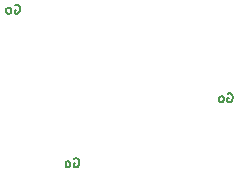
<source format=gbo>
G04 #@! TF.FileFunction,Legend,Bot*
%FSLAX46Y46*%
G04 Gerber Fmt 4.6, Leading zero omitted, Abs format (unit mm)*
G04 Created by KiCad (PCBNEW 0.201506222247+5806~23~ubuntu14.04.1-product) date Sun 28 Jun 2015 20:13:25 CEST*
%MOMM*%
G01*
G04 APERTURE LIST*
%ADD10C,0.127000*%
G04 APERTURE END LIST*
D10*
X-8854857Y4381000D02*
X-8782286Y4417286D01*
X-8673429Y4417286D01*
X-8564572Y4381000D01*
X-8492000Y4308429D01*
X-8455715Y4235857D01*
X-8419429Y4090714D01*
X-8419429Y3981857D01*
X-8455715Y3836714D01*
X-8492000Y3764143D01*
X-8564572Y3691571D01*
X-8673429Y3655286D01*
X-8746000Y3655286D01*
X-8854857Y3691571D01*
X-8891143Y3727857D01*
X-8891143Y3981857D01*
X-8746000Y3981857D01*
X-9326572Y3655286D02*
X-9254000Y3691571D01*
X-9217715Y3727857D01*
X-9181429Y3800429D01*
X-9181429Y4018143D01*
X-9217715Y4090714D01*
X-9254000Y4127000D01*
X-9326572Y4163286D01*
X-9435429Y4163286D01*
X-9508000Y4127000D01*
X-9544286Y4090714D01*
X-9580572Y4018143D01*
X-9580572Y3800429D01*
X-9544286Y3727857D01*
X-9508000Y3691571D01*
X-9435429Y3655286D01*
X-9326572Y3655286D01*
X-3854857Y-8619000D02*
X-3782286Y-8582714D01*
X-3673429Y-8582714D01*
X-3564572Y-8619000D01*
X-3492000Y-8691571D01*
X-3455715Y-8764143D01*
X-3419429Y-8909286D01*
X-3419429Y-9018143D01*
X-3455715Y-9163286D01*
X-3492000Y-9235857D01*
X-3564572Y-9308429D01*
X-3673429Y-9344714D01*
X-3746000Y-9344714D01*
X-3854857Y-9308429D01*
X-3891143Y-9272143D01*
X-3891143Y-9018143D01*
X-3746000Y-9018143D01*
X-4326572Y-9344714D02*
X-4254000Y-9308429D01*
X-4217715Y-9272143D01*
X-4181429Y-9199571D01*
X-4181429Y-8981857D01*
X-4217715Y-8909286D01*
X-4254000Y-8873000D01*
X-4326572Y-8836714D01*
X-4435429Y-8836714D01*
X-4508000Y-8873000D01*
X-4544286Y-8909286D01*
X-4580572Y-8981857D01*
X-4580572Y-9199571D01*
X-4544286Y-9272143D01*
X-4508000Y-9308429D01*
X-4435429Y-9344714D01*
X-4326572Y-9344714D01*
X9145143Y-3119000D02*
X9217714Y-3082714D01*
X9326571Y-3082714D01*
X9435428Y-3119000D01*
X9508000Y-3191571D01*
X9544285Y-3264143D01*
X9580571Y-3409286D01*
X9580571Y-3518143D01*
X9544285Y-3663286D01*
X9508000Y-3735857D01*
X9435428Y-3808429D01*
X9326571Y-3844714D01*
X9254000Y-3844714D01*
X9145143Y-3808429D01*
X9108857Y-3772143D01*
X9108857Y-3518143D01*
X9254000Y-3518143D01*
X8673428Y-3844714D02*
X8746000Y-3808429D01*
X8782285Y-3772143D01*
X8818571Y-3699571D01*
X8818571Y-3481857D01*
X8782285Y-3409286D01*
X8746000Y-3373000D01*
X8673428Y-3336714D01*
X8564571Y-3336714D01*
X8492000Y-3373000D01*
X8455714Y-3409286D01*
X8419428Y-3481857D01*
X8419428Y-3699571D01*
X8455714Y-3772143D01*
X8492000Y-3808429D01*
X8564571Y-3844714D01*
X8673428Y-3844714D01*
M02*

</source>
